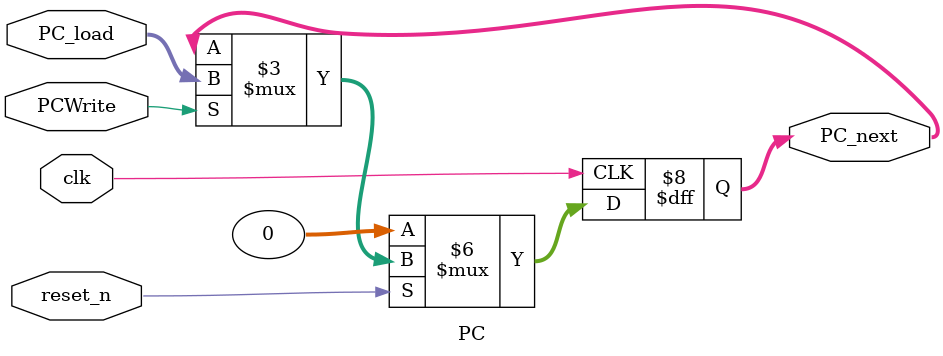
<source format=sv>
module PC #(parameter WIDTH = 32)(
	input clk, reset_n, PCWrite,
	input [WIDTH-1:0] PC_load,
	output reg [WIDTH-1:0] PC_next
	);

	always @(posedge clk) begin
		if(~reset_n)
			PC_next <= 0;
		else if(PCWrite)
			PC_next <= PC_load;
	end

endmodule : PC
</source>
